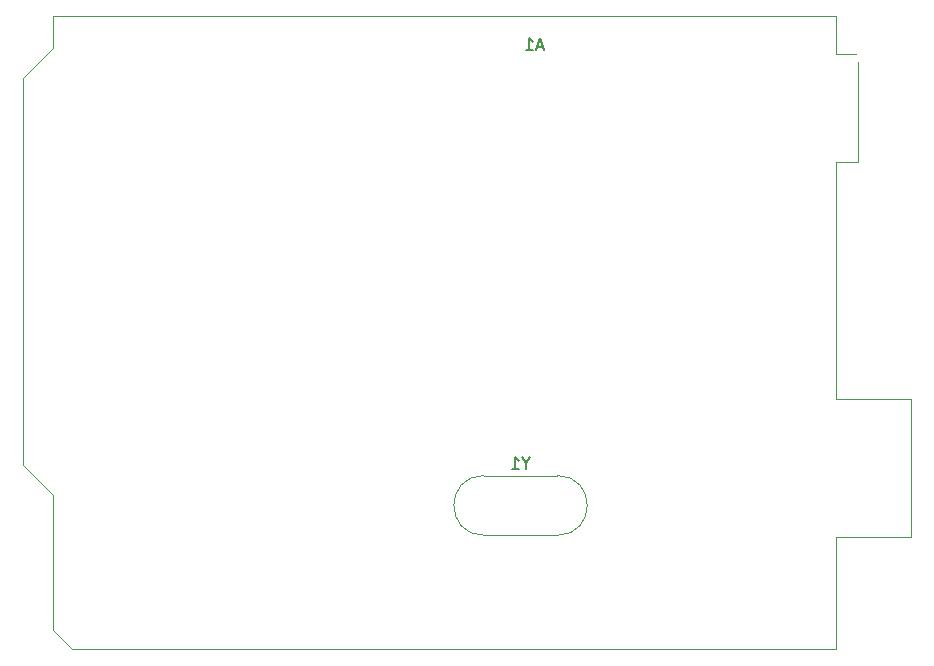
<source format=gbr>
G04 #@! TF.GenerationSoftware,KiCad,Pcbnew,(5.1.2-1)-1*
G04 #@! TF.CreationDate,2019-07-31T09:07:11+08:00*
G04 #@! TF.ProjectId,SDR_RECEIVER,5344525f-5245-4434-9549-5645522e6b69,rev?*
G04 #@! TF.SameCoordinates,Original*
G04 #@! TF.FileFunction,Legend,Bot*
G04 #@! TF.FilePolarity,Positive*
%FSLAX46Y46*%
G04 Gerber Fmt 4.6, Leading zero omitted, Abs format (unit mm)*
G04 Created by KiCad (PCBNEW (5.1.2-1)-1) date 2019-07-31 09:07:11*
%MOMM*%
%LPD*%
G04 APERTURE LIST*
%ADD10C,0.120000*%
%ADD11C,0.150000*%
%ADD12O,1.700000X1.700000*%
%ADD13R,1.700000X1.700000*%
%ADD14C,2.700000*%
%ADD15C,1.520000*%
%ADD16R,2.500000X1.800000*%
%ADD17R,1.800000X2.500000*%
%ADD18C,1.200000*%
%ADD19R,1.600000X1.600000*%
%ADD20C,1.600000*%
%ADD21O,1.600000X1.600000*%
%ADD22C,1.998980*%
%ADD23C,1.620000*%
%ADD24C,1.500000*%
%ADD25R,3.200000X2.000000*%
%ADD26C,2.000000*%
%ADD27R,2.000000X2.000000*%
%ADD28C,3.810000*%
%ADD29C,3.556000*%
%ADD30C,6.400000*%
%ADD31R,2.200000X2.200000*%
%ADD32O,2.200000X2.200000*%
G04 APERTURE END LIST*
D10*
X119250000Y-91190000D02*
X119250000Y-58420000D01*
X119250000Y-58420000D02*
X121790000Y-55880000D01*
X121790000Y-55880000D02*
X121790000Y-53210000D01*
X121790000Y-53210000D02*
X188090000Y-53210000D01*
X188090000Y-53210000D02*
X188090000Y-56390000D01*
X188090000Y-56390000D02*
X189990000Y-56390000D01*
X189990000Y-56390000D02*
X189990000Y-65530000D01*
X189990000Y-65530000D02*
X188090000Y-65530000D01*
X188090000Y-65530000D02*
X188090000Y-85600000D01*
X188090000Y-85600000D02*
X194440000Y-85600000D01*
X194440000Y-85600000D02*
X194440000Y-97280000D01*
X194440000Y-97280000D02*
X188090000Y-97280000D01*
X188090000Y-97280000D02*
X188090000Y-106810000D01*
X188090000Y-106810000D02*
X123440000Y-106810000D01*
X123440000Y-106810000D02*
X121790000Y-105160000D01*
X121790000Y-105160000D02*
X121790000Y-93730000D01*
X121790000Y-93730000D02*
X119250000Y-91190000D01*
X164505000Y-92090000D02*
X158255000Y-92090000D01*
X164505000Y-97140000D02*
X158255000Y-97140000D01*
X164505000Y-97140000D02*
G75*
G03X164505000Y-92090000I0J2525000D01*
G01*
X158255000Y-97140000D02*
G75*
G02X158255000Y-92090000I0J2525000D01*
G01*
D11*
X163274285Y-55792666D02*
X162798095Y-55792666D01*
X163369523Y-56078380D02*
X163036190Y-55078380D01*
X162702857Y-56078380D01*
X161845714Y-56078380D02*
X162417142Y-56078380D01*
X162131428Y-56078380D02*
X162131428Y-55078380D01*
X162226666Y-55221238D01*
X162321904Y-55316476D01*
X162417142Y-55364095D01*
X161856190Y-91066190D02*
X161856190Y-91542380D01*
X162189523Y-90542380D02*
X161856190Y-91066190D01*
X161522857Y-90542380D01*
X160665714Y-91542380D02*
X161237142Y-91542380D01*
X160951428Y-91542380D02*
X160951428Y-90542380D01*
X161046666Y-90685238D01*
X161141904Y-90780476D01*
X161237142Y-90828095D01*
%LPC*%
D12*
X102870000Y-80518000D03*
X100330000Y-80518000D03*
D13*
X97790000Y-80518000D03*
D14*
X186310000Y-67660000D03*
X186310000Y-79660000D03*
D15*
X183610000Y-74930000D03*
X183610000Y-72390000D03*
X181610000Y-72390000D03*
X181610000Y-74930000D03*
D16*
X184150000Y-121880000D03*
X184150000Y-116880000D03*
X184150000Y-124380000D03*
X184150000Y-114380000D03*
D17*
X189150000Y-119380000D03*
D18*
X184150000Y-119380000D03*
X189150000Y-124380000D03*
X191650000Y-124380000D03*
X189150000Y-114380000D03*
X191650000Y-114380000D03*
D19*
X144780000Y-128270000D03*
D20*
X142280000Y-128270000D03*
D21*
X169160000Y-104140000D03*
X166620000Y-104140000D03*
D19*
X160020000Y-55880000D03*
D21*
X129540000Y-104140000D03*
X157480000Y-55880000D03*
X132080000Y-104140000D03*
X154940000Y-55880000D03*
X134620000Y-104140000D03*
X152400000Y-55880000D03*
X137160000Y-104140000D03*
X149860000Y-55880000D03*
X139700000Y-104140000D03*
X147320000Y-55880000D03*
X142240000Y-104140000D03*
X144780000Y-55880000D03*
X146300000Y-104140000D03*
X142240000Y-55880000D03*
X148840000Y-104140000D03*
X137160000Y-55880000D03*
X151380000Y-104140000D03*
X134620000Y-55880000D03*
X153920000Y-104140000D03*
X132080000Y-55880000D03*
X156460000Y-104140000D03*
X129540000Y-55880000D03*
X159000000Y-104140000D03*
X127000000Y-55880000D03*
X161540000Y-104140000D03*
X124460000Y-55880000D03*
X164080000Y-104140000D03*
X124460000Y-104140000D03*
X127000000Y-104140000D03*
D19*
X97790000Y-110490000D03*
D21*
X90170000Y-110490000D03*
D19*
X90170000Y-113030000D03*
D21*
X97790000Y-113030000D03*
X90170000Y-115570000D03*
D19*
X97790000Y-115570000D03*
X90170000Y-118110000D03*
D21*
X97790000Y-118110000D03*
D19*
X97790000Y-120650000D03*
D21*
X90170000Y-120650000D03*
X97790000Y-123190000D03*
D19*
X90170000Y-123190000D03*
D21*
X90170000Y-125730000D03*
D19*
X97790000Y-125730000D03*
D21*
X97790000Y-128270000D03*
D19*
X90170000Y-128270000D03*
D21*
X110490000Y-110490000D03*
D19*
X102870000Y-110490000D03*
D21*
X102870000Y-113030000D03*
D19*
X110490000Y-113030000D03*
D21*
X110490000Y-115570000D03*
D19*
X102870000Y-115570000D03*
X110490000Y-118110000D03*
D21*
X102870000Y-118110000D03*
X110490000Y-120650000D03*
D19*
X102870000Y-120650000D03*
X110490000Y-123190000D03*
D21*
X102870000Y-123190000D03*
D19*
X102870000Y-125730000D03*
D21*
X110490000Y-125730000D03*
D19*
X110490000Y-128270000D03*
D21*
X102870000Y-128270000D03*
D13*
X54610000Y-95250000D03*
D12*
X54610000Y-92710000D03*
X54610000Y-90170000D03*
X54610000Y-81280000D03*
D13*
X54610000Y-83820000D03*
D22*
X76962000Y-92788740D03*
X76962000Y-102948740D03*
X79834740Y-102870000D03*
X89994740Y-102870000D03*
X124538740Y-132334000D03*
X114378740Y-132334000D03*
D23*
X111760000Y-80090000D03*
X109260000Y-82590000D03*
X111760000Y-85090000D03*
D24*
X174520000Y-123110000D03*
X174520000Y-118110000D03*
D25*
X167520000Y-126210000D03*
X167520000Y-115010000D03*
D26*
X160020000Y-123110000D03*
X160020000Y-120610000D03*
D27*
X160020000Y-118110000D03*
D20*
X142280000Y-113030000D03*
D19*
X144780000Y-113030000D03*
D24*
X163830000Y-94615000D03*
X158930000Y-94615000D03*
D28*
X47625000Y-103505000D03*
D29*
X50800000Y-106680000D03*
D28*
X53975000Y-103505000D03*
X47625000Y-109855000D03*
X53975000Y-109855000D03*
D13*
X120650000Y-62230000D03*
D12*
X123190000Y-62230000D03*
X125730000Y-62230000D03*
X128270000Y-62230000D03*
X130810000Y-62230000D03*
X133350000Y-62230000D03*
X135890000Y-62230000D03*
X138430000Y-62230000D03*
X140970000Y-62230000D03*
X143510000Y-62230000D03*
X146050000Y-62230000D03*
X148590000Y-62230000D03*
X151130000Y-62230000D03*
X153670000Y-62230000D03*
X156210000Y-62230000D03*
X158750000Y-62230000D03*
D13*
X104140000Y-74930000D03*
D12*
X101600000Y-74930000D03*
X99060000Y-74930000D03*
X96520000Y-74930000D03*
X93980000Y-74930000D03*
X91440000Y-74930000D03*
X88900000Y-74930000D03*
D30*
X193040000Y-55880000D03*
X48260000Y-130810000D03*
X193040000Y-130810000D03*
X48260000Y-55880000D03*
D31*
X76962000Y-89408000D03*
D32*
X76962000Y-79248000D03*
M02*

</source>
